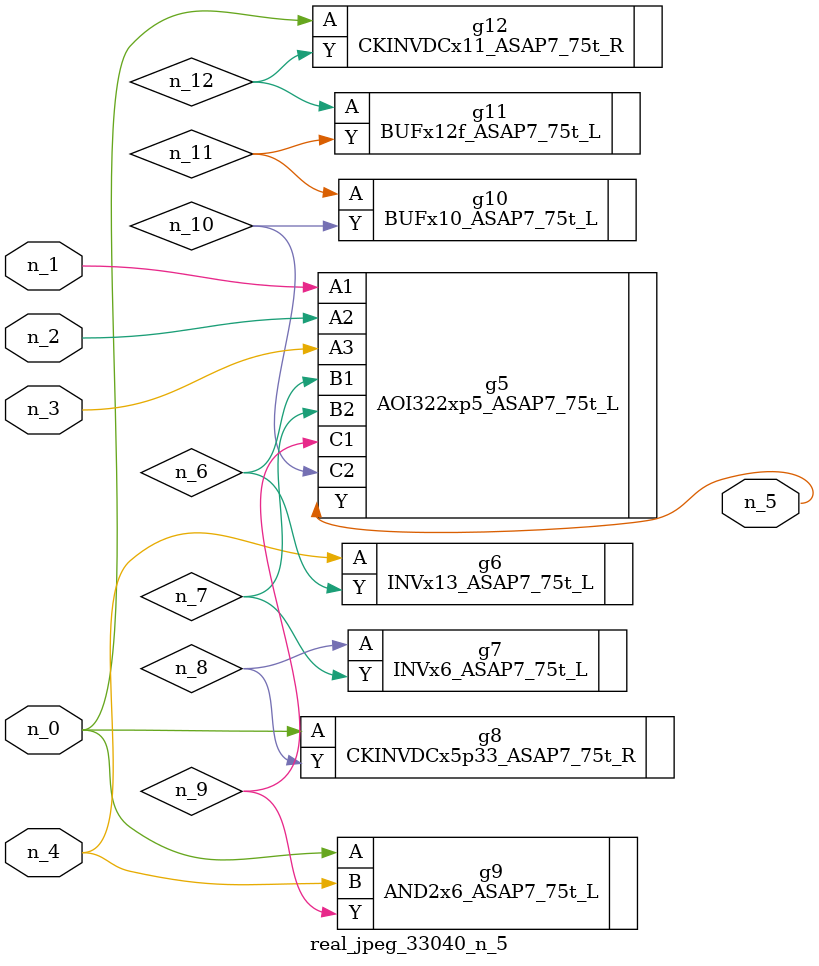
<source format=v>
module real_jpeg_33040_n_5 (n_4, n_0, n_1, n_2, n_3, n_5);

input n_4;
input n_0;
input n_1;
input n_2;
input n_3;

output n_5;

wire n_12;
wire n_8;
wire n_11;
wire n_6;
wire n_7;
wire n_10;
wire n_9;

CKINVDCx5p33_ASAP7_75t_R g8 ( 
.A(n_0),
.Y(n_8)
);

AND2x6_ASAP7_75t_L g9 ( 
.A(n_0),
.B(n_4),
.Y(n_9)
);

CKINVDCx11_ASAP7_75t_R g12 ( 
.A(n_0),
.Y(n_12)
);

AOI322xp5_ASAP7_75t_L g5 ( 
.A1(n_1),
.A2(n_2),
.A3(n_3),
.B1(n_6),
.B2(n_7),
.C1(n_9),
.C2(n_10),
.Y(n_5)
);

INVx13_ASAP7_75t_L g6 ( 
.A(n_4),
.Y(n_6)
);

INVx6_ASAP7_75t_L g7 ( 
.A(n_8),
.Y(n_7)
);

BUFx10_ASAP7_75t_L g10 ( 
.A(n_11),
.Y(n_10)
);

BUFx12f_ASAP7_75t_L g11 ( 
.A(n_12),
.Y(n_11)
);


endmodule
</source>
